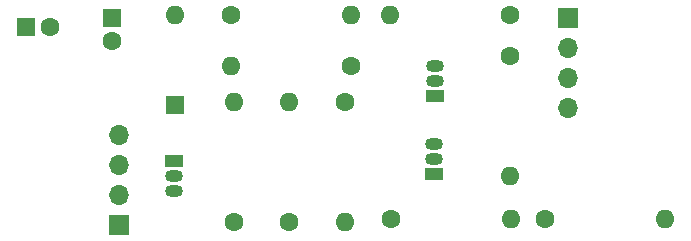
<source format=gts>
G04 #@! TF.GenerationSoftware,KiCad,Pcbnew,6.0.0-d3dd2cf0fa~116~ubuntu20.04.1*
G04 #@! TF.CreationDate,2022-01-14T17:03:30+00:00*
G04 #@! TF.ProjectId,videopac_composite,76696465-6f70-4616-935f-636f6d706f73,rev?*
G04 #@! TF.SameCoordinates,Original*
G04 #@! TF.FileFunction,Soldermask,Top*
G04 #@! TF.FilePolarity,Negative*
%FSLAX46Y46*%
G04 Gerber Fmt 4.6, Leading zero omitted, Abs format (unit mm)*
G04 Created by KiCad (PCBNEW 6.0.0-d3dd2cf0fa~116~ubuntu20.04.1) date 2022-01-14 17:03:30*
%MOMM*%
%LPD*%
G01*
G04 APERTURE LIST*
%ADD10O,1.700000X1.700000*%
%ADD11R,1.700000X1.700000*%
%ADD12R,1.600000X1.600000*%
%ADD13C,1.600000*%
%ADD14O,1.600000X1.600000*%
%ADD15R,1.500000X1.050000*%
%ADD16O,1.500000X1.050000*%
G04 APERTURE END LIST*
D10*
X79255000Y-71240000D03*
X79255000Y-68700000D03*
X79255000Y-66160000D03*
D11*
X79255000Y-63620000D03*
D12*
X33334888Y-64389000D03*
D13*
X35334888Y-64389000D03*
X64262000Y-80645000D03*
D14*
X74422000Y-80645000D03*
D15*
X67945000Y-70231000D03*
D16*
X67945000Y-68961000D03*
X67945000Y-67691000D03*
D13*
X60325000Y-70739000D03*
D14*
X60325000Y-80899000D03*
D13*
X74295000Y-66802000D03*
D14*
X74295000Y-76962000D03*
D15*
X45868000Y-75692000D03*
D16*
X45868000Y-76962000D03*
X45868000Y-78232000D03*
D13*
X50927000Y-80899000D03*
D14*
X50927000Y-70739000D03*
D12*
X40640000Y-63560888D03*
D13*
X40640000Y-65560888D03*
X50673000Y-63373000D03*
D14*
X60833000Y-63373000D03*
D13*
X55626000Y-80899000D03*
D14*
X55626000Y-70739000D03*
D13*
X74295000Y-63373000D03*
D14*
X64135000Y-63373000D03*
D15*
X67924000Y-76835000D03*
D16*
X67924000Y-75565000D03*
X67924000Y-74295000D03*
D12*
X45974000Y-70993000D03*
D14*
X45974000Y-63373000D03*
D13*
X77290000Y-80610000D03*
D14*
X87450000Y-80610000D03*
D13*
X60833000Y-67691000D03*
D14*
X50673000Y-67691000D03*
D11*
X41205000Y-81143000D03*
D10*
X41205000Y-78603000D03*
X41205000Y-76063000D03*
X41205000Y-73523000D03*
M02*

</source>
